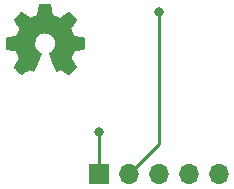
<source format=gbr>
G04 #@! TF.GenerationSoftware,KiCad,Pcbnew,5.0.2-bee76a0~70~ubuntu16.04.1*
G04 #@! TF.CreationDate,2019-10-02T00:23:43-07:00*
G04 #@! TF.ProjectId,sram-register-file,7372616d-2d72-4656-9769-737465722d66,rev?*
G04 #@! TF.SameCoordinates,Original*
G04 #@! TF.FileFunction,Copper,L2,Bot*
G04 #@! TF.FilePolarity,Positive*
%FSLAX46Y46*%
G04 Gerber Fmt 4.6, Leading zero omitted, Abs format (unit mm)*
G04 Created by KiCad (PCBNEW 5.0.2-bee76a0~70~ubuntu16.04.1) date Wed 02 Oct 2019 12:23:43 AM PDT*
%MOMM*%
%LPD*%
G01*
G04 APERTURE LIST*
G04 #@! TA.AperFunction,EtchedComponent*
%ADD10C,0.010000*%
G04 #@! TD*
G04 #@! TA.AperFunction,ComponentPad*
%ADD11R,1.700000X1.700000*%
G04 #@! TD*
G04 #@! TA.AperFunction,ComponentPad*
%ADD12O,1.700000X1.700000*%
G04 #@! TD*
G04 #@! TA.AperFunction,ViaPad*
%ADD13C,0.800000*%
G04 #@! TD*
G04 #@! TA.AperFunction,Conductor*
%ADD14C,0.250000*%
G04 #@! TD*
G04 APERTURE END LIST*
D10*
G04 #@! TO.C,REF\002A\002A*
G36*
X140922186Y-80018931D02*
X140838365Y-80463555D01*
X140529080Y-80591053D01*
X140219794Y-80718551D01*
X139848754Y-80466246D01*
X139744843Y-80395996D01*
X139650913Y-80333272D01*
X139571348Y-80280938D01*
X139510530Y-80241857D01*
X139472843Y-80218893D01*
X139462579Y-80213942D01*
X139444090Y-80226676D01*
X139404580Y-80261882D01*
X139348478Y-80315062D01*
X139280213Y-80381718D01*
X139204214Y-80457354D01*
X139124908Y-80537472D01*
X139046725Y-80617574D01*
X138974093Y-80693164D01*
X138911441Y-80759745D01*
X138863197Y-80812818D01*
X138833790Y-80847887D01*
X138826759Y-80859623D01*
X138836877Y-80881260D01*
X138865241Y-80928662D01*
X138908871Y-80997193D01*
X138964782Y-81082215D01*
X139029994Y-81179093D01*
X139067781Y-81234350D01*
X139136657Y-81335248D01*
X139197860Y-81426299D01*
X139248422Y-81502970D01*
X139285372Y-81560728D01*
X139305742Y-81595043D01*
X139308803Y-81602254D01*
X139301864Y-81622748D01*
X139282949Y-81670513D01*
X139254913Y-81738832D01*
X139220609Y-81820989D01*
X139182891Y-81910270D01*
X139144613Y-81999958D01*
X139108630Y-82083338D01*
X139077794Y-82153694D01*
X139054961Y-82204310D01*
X139042983Y-82228471D01*
X139042276Y-82229422D01*
X139023469Y-82234036D01*
X138973382Y-82244328D01*
X138897207Y-82259287D01*
X138800135Y-82277901D01*
X138687357Y-82299159D01*
X138621558Y-82311418D01*
X138501050Y-82334362D01*
X138392203Y-82356195D01*
X138300524Y-82375722D01*
X138231519Y-82391748D01*
X138190696Y-82403079D01*
X138182489Y-82406674D01*
X138174452Y-82431006D01*
X138167967Y-82485959D01*
X138163030Y-82565108D01*
X138159636Y-82662026D01*
X138157782Y-82770287D01*
X138157462Y-82883465D01*
X138158673Y-82995135D01*
X138161410Y-83098868D01*
X138165669Y-83188241D01*
X138171445Y-83256826D01*
X138178733Y-83298197D01*
X138183105Y-83306810D01*
X138209236Y-83317133D01*
X138264607Y-83331892D01*
X138341893Y-83349352D01*
X138433770Y-83367780D01*
X138465842Y-83373741D01*
X138620476Y-83402066D01*
X138742625Y-83424876D01*
X138836327Y-83443080D01*
X138905616Y-83457583D01*
X138954529Y-83469292D01*
X138987103Y-83479115D01*
X139007372Y-83487956D01*
X139019374Y-83496724D01*
X139021053Y-83498457D01*
X139037816Y-83526371D01*
X139063386Y-83580695D01*
X139095212Y-83654777D01*
X139130740Y-83741965D01*
X139167417Y-83835608D01*
X139202689Y-83929052D01*
X139234004Y-84015647D01*
X139258807Y-84088740D01*
X139274546Y-84141678D01*
X139278668Y-84167811D01*
X139278324Y-84168726D01*
X139264359Y-84190086D01*
X139232678Y-84237084D01*
X139186609Y-84304827D01*
X139129482Y-84388423D01*
X139064627Y-84482982D01*
X139046157Y-84509854D01*
X138980301Y-84607275D01*
X138922350Y-84696163D01*
X138875462Y-84771412D01*
X138842793Y-84827920D01*
X138827500Y-84860581D01*
X138826759Y-84864593D01*
X138839608Y-84885684D01*
X138875112Y-84927464D01*
X138928707Y-84985445D01*
X138995829Y-85055135D01*
X139071913Y-85132045D01*
X139152396Y-85211683D01*
X139232713Y-85289561D01*
X139308301Y-85361186D01*
X139374595Y-85422070D01*
X139427031Y-85467721D01*
X139461045Y-85493650D01*
X139470455Y-85497883D01*
X139492357Y-85487912D01*
X139537200Y-85461020D01*
X139597679Y-85421736D01*
X139644211Y-85390117D01*
X139728525Y-85332098D01*
X139828374Y-85263784D01*
X139928527Y-85195579D01*
X139982373Y-85159075D01*
X140164629Y-85035800D01*
X140317619Y-85118520D01*
X140387318Y-85154759D01*
X140446586Y-85182926D01*
X140486689Y-85198991D01*
X140496897Y-85201226D01*
X140509171Y-85184722D01*
X140533387Y-85138082D01*
X140567737Y-85065609D01*
X140610412Y-84971606D01*
X140659606Y-84860374D01*
X140713510Y-84736215D01*
X140770316Y-84603432D01*
X140828218Y-84466327D01*
X140885407Y-84329202D01*
X140940076Y-84196358D01*
X140990416Y-84072098D01*
X141034620Y-83960725D01*
X141070881Y-83866539D01*
X141097391Y-83793844D01*
X141112342Y-83746941D01*
X141114746Y-83730833D01*
X141095689Y-83710286D01*
X141053964Y-83676933D01*
X140998294Y-83637702D01*
X140993622Y-83634599D01*
X140849736Y-83519423D01*
X140733717Y-83385053D01*
X140646570Y-83235784D01*
X140589301Y-83075913D01*
X140562914Y-82909737D01*
X140568415Y-82741552D01*
X140606810Y-82575655D01*
X140679105Y-82416342D01*
X140700374Y-82381487D01*
X140811004Y-82240737D01*
X140941698Y-82127714D01*
X141087936Y-82043003D01*
X141245192Y-81987194D01*
X141408943Y-81960874D01*
X141574667Y-81964630D01*
X141737838Y-81999050D01*
X141893935Y-82064723D01*
X142038433Y-82162235D01*
X142083131Y-82201813D01*
X142196888Y-82325703D01*
X142279782Y-82456124D01*
X142336644Y-82602315D01*
X142368313Y-82747088D01*
X142376131Y-82909860D01*
X142350062Y-83073440D01*
X142292755Y-83232298D01*
X142206856Y-83380906D01*
X142095014Y-83513735D01*
X141959877Y-83625256D01*
X141942117Y-83637011D01*
X141885850Y-83675508D01*
X141843077Y-83708863D01*
X141822628Y-83730160D01*
X141822331Y-83730833D01*
X141826721Y-83753871D01*
X141844124Y-83806157D01*
X141872732Y-83883390D01*
X141910735Y-83981268D01*
X141956326Y-84095491D01*
X142007697Y-84221758D01*
X142063038Y-84355767D01*
X142120542Y-84493218D01*
X142178399Y-84629808D01*
X142234802Y-84761237D01*
X142287942Y-84883205D01*
X142336010Y-84991409D01*
X142377199Y-85081549D01*
X142409699Y-85149323D01*
X142431703Y-85190430D01*
X142440564Y-85201226D01*
X142467640Y-85192819D01*
X142518303Y-85170272D01*
X142583817Y-85137613D01*
X142619841Y-85118520D01*
X142772832Y-85035800D01*
X142955088Y-85159075D01*
X143048125Y-85222228D01*
X143149985Y-85291727D01*
X143245438Y-85357165D01*
X143293250Y-85390117D01*
X143360495Y-85435273D01*
X143417436Y-85471057D01*
X143456646Y-85492938D01*
X143469381Y-85497563D01*
X143487917Y-85485085D01*
X143528941Y-85450252D01*
X143588475Y-85396678D01*
X143662542Y-85327983D01*
X143747165Y-85247781D01*
X143800685Y-85196286D01*
X143894319Y-85104286D01*
X143975241Y-85021999D01*
X144040177Y-84952945D01*
X144085858Y-84900644D01*
X144109011Y-84868616D01*
X144111232Y-84862116D01*
X144100924Y-84837394D01*
X144072439Y-84787405D01*
X144028937Y-84717212D01*
X143973577Y-84631875D01*
X143909520Y-84536456D01*
X143891303Y-84509854D01*
X143824927Y-84413167D01*
X143765378Y-84326117D01*
X143715984Y-84253595D01*
X143680075Y-84200493D01*
X143660981Y-84171703D01*
X143659136Y-84168726D01*
X143661895Y-84145782D01*
X143676538Y-84095336D01*
X143700513Y-84024041D01*
X143731266Y-83938547D01*
X143766244Y-83845507D01*
X143802893Y-83751574D01*
X143838661Y-83663399D01*
X143870994Y-83587634D01*
X143897338Y-83530931D01*
X143915142Y-83499943D01*
X143916407Y-83498457D01*
X143927294Y-83489601D01*
X143945682Y-83480843D01*
X143975606Y-83471277D01*
X144021103Y-83459996D01*
X144086209Y-83446093D01*
X144174961Y-83428663D01*
X144291393Y-83406798D01*
X144439542Y-83379591D01*
X144471618Y-83373741D01*
X144566686Y-83355374D01*
X144649565Y-83337405D01*
X144712930Y-83321569D01*
X144749458Y-83309600D01*
X144754356Y-83306810D01*
X144762427Y-83282072D01*
X144768987Y-83226790D01*
X144774033Y-83147389D01*
X144777559Y-83050296D01*
X144779561Y-82941938D01*
X144780036Y-82828740D01*
X144778977Y-82717128D01*
X144776382Y-82613529D01*
X144772246Y-82524368D01*
X144766563Y-82456072D01*
X144759331Y-82415066D01*
X144754971Y-82406674D01*
X144730698Y-82398208D01*
X144675426Y-82384435D01*
X144594662Y-82366550D01*
X144493912Y-82345748D01*
X144378683Y-82323223D01*
X144315902Y-82311418D01*
X144196787Y-82289151D01*
X144090565Y-82268979D01*
X144002427Y-82251915D01*
X143937566Y-82238969D01*
X143901174Y-82231155D01*
X143895184Y-82229422D01*
X143885061Y-82209890D01*
X143863662Y-82162843D01*
X143833839Y-82095003D01*
X143798445Y-82013091D01*
X143760332Y-81923828D01*
X143722353Y-81833935D01*
X143687360Y-81750135D01*
X143658206Y-81679147D01*
X143637743Y-81627694D01*
X143628823Y-81602497D01*
X143628657Y-81601396D01*
X143638769Y-81581519D01*
X143667117Y-81535777D01*
X143710723Y-81468717D01*
X143766606Y-81384884D01*
X143831787Y-81288826D01*
X143869679Y-81233650D01*
X143938725Y-81132481D01*
X144000050Y-81040630D01*
X144050663Y-80962744D01*
X144087571Y-80903469D01*
X144107782Y-80867451D01*
X144110701Y-80859377D01*
X144098153Y-80840584D01*
X144063463Y-80800457D01*
X144011063Y-80743493D01*
X143945384Y-80674185D01*
X143870856Y-80597031D01*
X143791913Y-80516525D01*
X143712983Y-80437163D01*
X143638500Y-80363440D01*
X143572894Y-80299852D01*
X143520596Y-80250894D01*
X143486039Y-80221061D01*
X143474478Y-80213942D01*
X143455654Y-80223953D01*
X143410631Y-80252078D01*
X143343787Y-80295454D01*
X143259499Y-80351218D01*
X143162144Y-80416506D01*
X143088707Y-80466246D01*
X142717667Y-80718551D01*
X142099095Y-80463555D01*
X142015275Y-80018931D01*
X141931454Y-79574307D01*
X141006006Y-79574307D01*
X140922186Y-80018931D01*
X140922186Y-80018931D01*
G37*
X140922186Y-80018931D02*
X140838365Y-80463555D01*
X140529080Y-80591053D01*
X140219794Y-80718551D01*
X139848754Y-80466246D01*
X139744843Y-80395996D01*
X139650913Y-80333272D01*
X139571348Y-80280938D01*
X139510530Y-80241857D01*
X139472843Y-80218893D01*
X139462579Y-80213942D01*
X139444090Y-80226676D01*
X139404580Y-80261882D01*
X139348478Y-80315062D01*
X139280213Y-80381718D01*
X139204214Y-80457354D01*
X139124908Y-80537472D01*
X139046725Y-80617574D01*
X138974093Y-80693164D01*
X138911441Y-80759745D01*
X138863197Y-80812818D01*
X138833790Y-80847887D01*
X138826759Y-80859623D01*
X138836877Y-80881260D01*
X138865241Y-80928662D01*
X138908871Y-80997193D01*
X138964782Y-81082215D01*
X139029994Y-81179093D01*
X139067781Y-81234350D01*
X139136657Y-81335248D01*
X139197860Y-81426299D01*
X139248422Y-81502970D01*
X139285372Y-81560728D01*
X139305742Y-81595043D01*
X139308803Y-81602254D01*
X139301864Y-81622748D01*
X139282949Y-81670513D01*
X139254913Y-81738832D01*
X139220609Y-81820989D01*
X139182891Y-81910270D01*
X139144613Y-81999958D01*
X139108630Y-82083338D01*
X139077794Y-82153694D01*
X139054961Y-82204310D01*
X139042983Y-82228471D01*
X139042276Y-82229422D01*
X139023469Y-82234036D01*
X138973382Y-82244328D01*
X138897207Y-82259287D01*
X138800135Y-82277901D01*
X138687357Y-82299159D01*
X138621558Y-82311418D01*
X138501050Y-82334362D01*
X138392203Y-82356195D01*
X138300524Y-82375722D01*
X138231519Y-82391748D01*
X138190696Y-82403079D01*
X138182489Y-82406674D01*
X138174452Y-82431006D01*
X138167967Y-82485959D01*
X138163030Y-82565108D01*
X138159636Y-82662026D01*
X138157782Y-82770287D01*
X138157462Y-82883465D01*
X138158673Y-82995135D01*
X138161410Y-83098868D01*
X138165669Y-83188241D01*
X138171445Y-83256826D01*
X138178733Y-83298197D01*
X138183105Y-83306810D01*
X138209236Y-83317133D01*
X138264607Y-83331892D01*
X138341893Y-83349352D01*
X138433770Y-83367780D01*
X138465842Y-83373741D01*
X138620476Y-83402066D01*
X138742625Y-83424876D01*
X138836327Y-83443080D01*
X138905616Y-83457583D01*
X138954529Y-83469292D01*
X138987103Y-83479115D01*
X139007372Y-83487956D01*
X139019374Y-83496724D01*
X139021053Y-83498457D01*
X139037816Y-83526371D01*
X139063386Y-83580695D01*
X139095212Y-83654777D01*
X139130740Y-83741965D01*
X139167417Y-83835608D01*
X139202689Y-83929052D01*
X139234004Y-84015647D01*
X139258807Y-84088740D01*
X139274546Y-84141678D01*
X139278668Y-84167811D01*
X139278324Y-84168726D01*
X139264359Y-84190086D01*
X139232678Y-84237084D01*
X139186609Y-84304827D01*
X139129482Y-84388423D01*
X139064627Y-84482982D01*
X139046157Y-84509854D01*
X138980301Y-84607275D01*
X138922350Y-84696163D01*
X138875462Y-84771412D01*
X138842793Y-84827920D01*
X138827500Y-84860581D01*
X138826759Y-84864593D01*
X138839608Y-84885684D01*
X138875112Y-84927464D01*
X138928707Y-84985445D01*
X138995829Y-85055135D01*
X139071913Y-85132045D01*
X139152396Y-85211683D01*
X139232713Y-85289561D01*
X139308301Y-85361186D01*
X139374595Y-85422070D01*
X139427031Y-85467721D01*
X139461045Y-85493650D01*
X139470455Y-85497883D01*
X139492357Y-85487912D01*
X139537200Y-85461020D01*
X139597679Y-85421736D01*
X139644211Y-85390117D01*
X139728525Y-85332098D01*
X139828374Y-85263784D01*
X139928527Y-85195579D01*
X139982373Y-85159075D01*
X140164629Y-85035800D01*
X140317619Y-85118520D01*
X140387318Y-85154759D01*
X140446586Y-85182926D01*
X140486689Y-85198991D01*
X140496897Y-85201226D01*
X140509171Y-85184722D01*
X140533387Y-85138082D01*
X140567737Y-85065609D01*
X140610412Y-84971606D01*
X140659606Y-84860374D01*
X140713510Y-84736215D01*
X140770316Y-84603432D01*
X140828218Y-84466327D01*
X140885407Y-84329202D01*
X140940076Y-84196358D01*
X140990416Y-84072098D01*
X141034620Y-83960725D01*
X141070881Y-83866539D01*
X141097391Y-83793844D01*
X141112342Y-83746941D01*
X141114746Y-83730833D01*
X141095689Y-83710286D01*
X141053964Y-83676933D01*
X140998294Y-83637702D01*
X140993622Y-83634599D01*
X140849736Y-83519423D01*
X140733717Y-83385053D01*
X140646570Y-83235784D01*
X140589301Y-83075913D01*
X140562914Y-82909737D01*
X140568415Y-82741552D01*
X140606810Y-82575655D01*
X140679105Y-82416342D01*
X140700374Y-82381487D01*
X140811004Y-82240737D01*
X140941698Y-82127714D01*
X141087936Y-82043003D01*
X141245192Y-81987194D01*
X141408943Y-81960874D01*
X141574667Y-81964630D01*
X141737838Y-81999050D01*
X141893935Y-82064723D01*
X142038433Y-82162235D01*
X142083131Y-82201813D01*
X142196888Y-82325703D01*
X142279782Y-82456124D01*
X142336644Y-82602315D01*
X142368313Y-82747088D01*
X142376131Y-82909860D01*
X142350062Y-83073440D01*
X142292755Y-83232298D01*
X142206856Y-83380906D01*
X142095014Y-83513735D01*
X141959877Y-83625256D01*
X141942117Y-83637011D01*
X141885850Y-83675508D01*
X141843077Y-83708863D01*
X141822628Y-83730160D01*
X141822331Y-83730833D01*
X141826721Y-83753871D01*
X141844124Y-83806157D01*
X141872732Y-83883390D01*
X141910735Y-83981268D01*
X141956326Y-84095491D01*
X142007697Y-84221758D01*
X142063038Y-84355767D01*
X142120542Y-84493218D01*
X142178399Y-84629808D01*
X142234802Y-84761237D01*
X142287942Y-84883205D01*
X142336010Y-84991409D01*
X142377199Y-85081549D01*
X142409699Y-85149323D01*
X142431703Y-85190430D01*
X142440564Y-85201226D01*
X142467640Y-85192819D01*
X142518303Y-85170272D01*
X142583817Y-85137613D01*
X142619841Y-85118520D01*
X142772832Y-85035800D01*
X142955088Y-85159075D01*
X143048125Y-85222228D01*
X143149985Y-85291727D01*
X143245438Y-85357165D01*
X143293250Y-85390117D01*
X143360495Y-85435273D01*
X143417436Y-85471057D01*
X143456646Y-85492938D01*
X143469381Y-85497563D01*
X143487917Y-85485085D01*
X143528941Y-85450252D01*
X143588475Y-85396678D01*
X143662542Y-85327983D01*
X143747165Y-85247781D01*
X143800685Y-85196286D01*
X143894319Y-85104286D01*
X143975241Y-85021999D01*
X144040177Y-84952945D01*
X144085858Y-84900644D01*
X144109011Y-84868616D01*
X144111232Y-84862116D01*
X144100924Y-84837394D01*
X144072439Y-84787405D01*
X144028937Y-84717212D01*
X143973577Y-84631875D01*
X143909520Y-84536456D01*
X143891303Y-84509854D01*
X143824927Y-84413167D01*
X143765378Y-84326117D01*
X143715984Y-84253595D01*
X143680075Y-84200493D01*
X143660981Y-84171703D01*
X143659136Y-84168726D01*
X143661895Y-84145782D01*
X143676538Y-84095336D01*
X143700513Y-84024041D01*
X143731266Y-83938547D01*
X143766244Y-83845507D01*
X143802893Y-83751574D01*
X143838661Y-83663399D01*
X143870994Y-83587634D01*
X143897338Y-83530931D01*
X143915142Y-83499943D01*
X143916407Y-83498457D01*
X143927294Y-83489601D01*
X143945682Y-83480843D01*
X143975606Y-83471277D01*
X144021103Y-83459996D01*
X144086209Y-83446093D01*
X144174961Y-83428663D01*
X144291393Y-83406798D01*
X144439542Y-83379591D01*
X144471618Y-83373741D01*
X144566686Y-83355374D01*
X144649565Y-83337405D01*
X144712930Y-83321569D01*
X144749458Y-83309600D01*
X144754356Y-83306810D01*
X144762427Y-83282072D01*
X144768987Y-83226790D01*
X144774033Y-83147389D01*
X144777559Y-83050296D01*
X144779561Y-82941938D01*
X144780036Y-82828740D01*
X144778977Y-82717128D01*
X144776382Y-82613529D01*
X144772246Y-82524368D01*
X144766563Y-82456072D01*
X144759331Y-82415066D01*
X144754971Y-82406674D01*
X144730698Y-82398208D01*
X144675426Y-82384435D01*
X144594662Y-82366550D01*
X144493912Y-82345748D01*
X144378683Y-82323223D01*
X144315902Y-82311418D01*
X144196787Y-82289151D01*
X144090565Y-82268979D01*
X144002427Y-82251915D01*
X143937566Y-82238969D01*
X143901174Y-82231155D01*
X143895184Y-82229422D01*
X143885061Y-82209890D01*
X143863662Y-82162843D01*
X143833839Y-82095003D01*
X143798445Y-82013091D01*
X143760332Y-81923828D01*
X143722353Y-81833935D01*
X143687360Y-81750135D01*
X143658206Y-81679147D01*
X143637743Y-81627694D01*
X143628823Y-81602497D01*
X143628657Y-81601396D01*
X143638769Y-81581519D01*
X143667117Y-81535777D01*
X143710723Y-81468717D01*
X143766606Y-81384884D01*
X143831787Y-81288826D01*
X143869679Y-81233650D01*
X143938725Y-81132481D01*
X144000050Y-81040630D01*
X144050663Y-80962744D01*
X144087571Y-80903469D01*
X144107782Y-80867451D01*
X144110701Y-80859377D01*
X144098153Y-80840584D01*
X144063463Y-80800457D01*
X144011063Y-80743493D01*
X143945384Y-80674185D01*
X143870856Y-80597031D01*
X143791913Y-80516525D01*
X143712983Y-80437163D01*
X143638500Y-80363440D01*
X143572894Y-80299852D01*
X143520596Y-80250894D01*
X143486039Y-80221061D01*
X143474478Y-80213942D01*
X143455654Y-80223953D01*
X143410631Y-80252078D01*
X143343787Y-80295454D01*
X143259499Y-80351218D01*
X143162144Y-80416506D01*
X143088707Y-80466246D01*
X142717667Y-80718551D01*
X142099095Y-80463555D01*
X142015275Y-80018931D01*
X141931454Y-79574307D01*
X141006006Y-79574307D01*
X140922186Y-80018931D01*
G04 #@! TD*
D11*
G04 #@! TO.P,J1,1*
G04 #@! TO.N,GND*
X146050000Y-93980000D03*
D12*
G04 #@! TO.P,J1,2*
G04 #@! TO.N,VDD*
X148590000Y-93980000D03*
G04 #@! TO.P,J1,3*
G04 #@! TO.N,Net-(J1-Pad3)*
X151130000Y-93980000D03*
G04 #@! TO.P,J1,4*
G04 #@! TO.N,Net-(J1-Pad4)*
X153670000Y-93980000D03*
G04 #@! TO.P,J1,5*
G04 #@! TO.N,Net-(J1-Pad5)*
X156210000Y-93980000D03*
G04 #@! TD*
D13*
G04 #@! TO.N,VDD*
X151130000Y-80264000D03*
G04 #@! TO.N,GND*
X146050000Y-90424000D03*
G04 #@! TD*
D14*
G04 #@! TO.N,VDD*
X151130000Y-91440000D02*
X151130000Y-80829685D01*
X151130000Y-80829685D02*
X151130000Y-80264000D01*
X148590000Y-93980000D02*
X151130000Y-91440000D01*
G04 #@! TO.N,GND*
X146050000Y-90424000D02*
X146050000Y-93980000D01*
G04 #@! TD*
M02*

</source>
